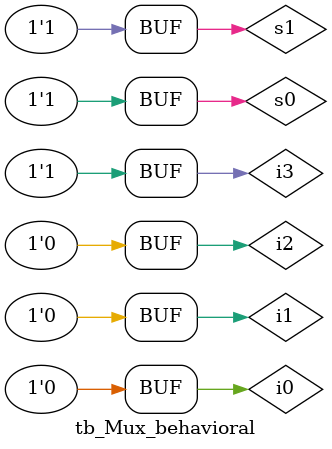
<source format=v>
`timescale 1ns / 1ps


module tb_Mux_behavioral;
    reg i0;
    reg i1;
    reg i2;
    reg i3;
    reg s0;
    reg s1;
    wire d;
    
    Mux_behavioral uut (
        .i0(i0),
        .i1(i1),
        .i2(i2),
        .i3(i3),
        .s0(s0),
        .s1(s1),
        .d(d)
    );
    
    initial begin
    
        i0 = 0;
        i1 = 0;
        i2 = 0;
        i3 = 0;
        s1 = 0;
        s0 = 0;
        
        #50;
        
        s1 = 0;
        s0 = 0;
        i0 = 0;
        i1 = 0;
        i2 = 0;
        i3 = 0;
        #50;
        $display ("TC01");
        if (d != 1'b0) $display ("Result is wrong");
        
        s1 = 0;
        s0 = 0;
        i0 = 1;
        i1 = 0;
        i2 = 0;
        i3 = 0;
        #50;
        $display ("TC02");
        if (d != 1'b0) $display ("Result is wrong");
        
        s1 = 0;
        s0 = 1;
        i0 = 0;
        i1 = 0;
        i2 = 0;
        i3 = 0;
        #50;
        $display ("TC03");
        if (d != 1'b0) $display ("Result is wrong");
        
        s1 = 0;
        s0 = 1;
        i0 = 0;
        i1 = 1;
        i2 = 0;
        i3 = 0;
        #50;
        $display ("TC04");
        if (d != 1'b0) $display ("Result is wrong");
        
        s1 = 1;
        s0 = 0;
        i0 = 0;
        i1 = 0;
        i2 = 0;
        i3 = 0;
        #50;
        $display ("TC05");
        if (d != 1'b0) $display ("Result is wrong");
        
        s1 = 1;
        s0 = 0;
        i0 = 0;
        i1 = 0;
        i2 = 1;
        i3 = 0;
        #50;
        $display ("TC06");
        if (d != 1'b0) $display ("Result is wrong");
        
        s1 = 1;
        s0 = 1;
        i0 = 0;
        i1 = 0;
        i2 = 0;
        i3 = 0;
        #50;
        $display ("TC07");
        if (d != 1'b0) $display ("Result is wrong");
        
        s1 = 1;
        s0 = 1;
        i0 = 0;
        i1 = 0;
        i2 = 0;
        i3 = 1;
        #50;
        $display ("TC08");
        if (d != 1'b0) $display ("Result is wrong");
        
        end
        
endmodule

</source>
